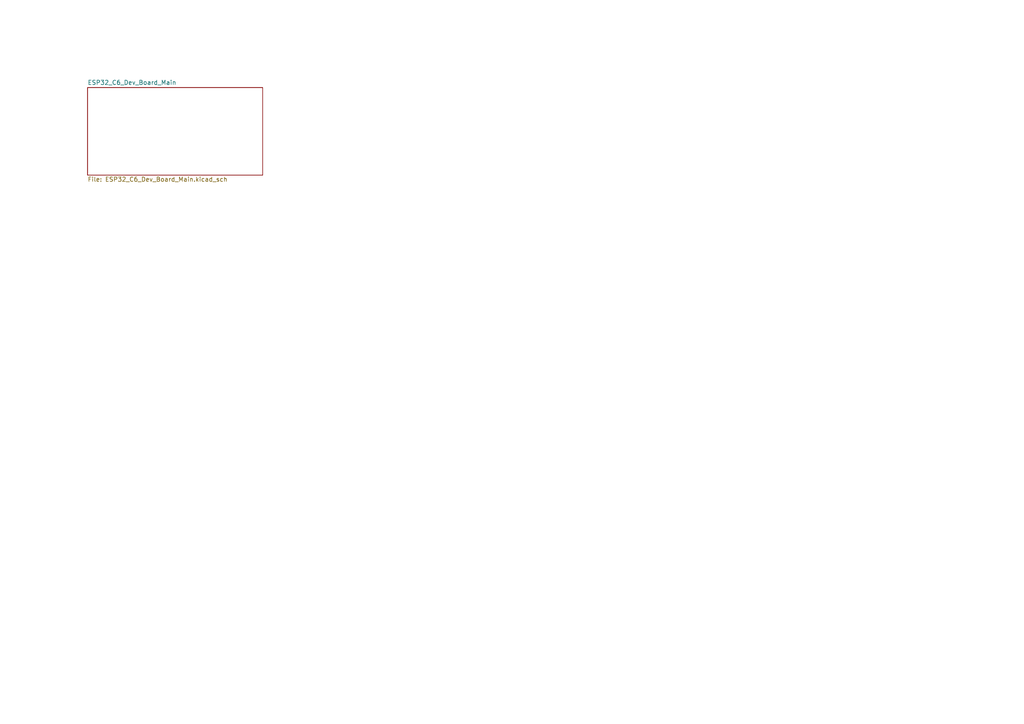
<source format=kicad_sch>
(kicad_sch (version 20250114) (generator "kicad_api")
  (paper "A4")
  (lib_symbols)
  (sheet (at 25.4 25.4) (size 50.8 25.4) (stroke (width 0.1524))
    (property "Sheet name" "ESP32_C6_Dev_Board_Main" (at 25.4 24.6884 0) (effects (justify left bottom)))
    (property "Sheet file" "ESP32_C6_Dev_Board_Main.kicad_sch" (at 25.4 51.2846 0) (effects (justify left top)))
  )
)
</source>
